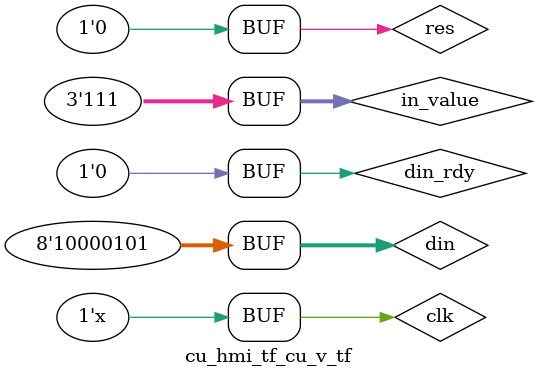
<source format=v>
`timescale 1ns /1ns

module cu_hmi_tf_cu_v_tf();

// DATE:     09:53:19 07/24/2008 
// MODULE:   cu_hmi
// DESIGN:   cu_hmi
// FILENAME: tf_cu.v
// PROJECT:  TDC16Channel_8bitout_uart
// VERSION:  


// Inputs
    reg clk;
    reg res;
    reg [7:0] din;
    reg din_rdy;
    reg [2:0] in_value;


// Outputs
    wire [5:0] address;
    wire reset;
    wire res_dac;
    wire inc_dac1;
    wire inc_dac2;
    wire read;
    wire fpga_sel;
    wire [7:0] fpga_sel_status;
	 wire restest;


// Bidirs


// Instantiate the UUT
    cu_hmi uut (
        .clk(clk), 
        .res(res), 
        .din(din), 
        .din_rdy(din_rdy), 
        .in_value(in_value), 
        .address(address), 
        .reset(reset), 
        .res_dac(res_dac), 
        .inc_dac1(inc_dac1), 
        .inc_dac2(inc_dac2), 
        .read(read), 
        .fpga_sel(fpga_sel), 
        .fpga_sel_status(fpga_sel_status),
		  .restest(restest)
        );


// Initialize Inputs
   
        initial 
	   begin
            clk = 0;
            res = 0;
            din = 0;
            din_rdy = 0;
            in_value = 3'b111;
		  #1000 res = 1;
		  #100 res = 0;

		  #100 din = 0;
		  #100 din_rdy = 1;
		  #52084 din_rdy = 0;
		  #(52084*11) din_rdy = 0;

		  #100 din = 8'b1100_0111; //select fpga
		  #100 din_rdy = 1;
		  #52084 din_rdy = 0;
		  #(52084*11) din_rdy = 0;

		  #100 din = 8'b1100_0000;  //deselect fpga
		  #100 din_rdy = 1;
		  #52084 din_rdy = 0;
		  #(52084*11) din_rdy = 0;


			#100 din = 8'b1100_0111; //select fpga
		  #100 din_rdy = 1;
		  #52084 din_rdy = 0;
		  #(52084*11) din_rdy = 0;

		  #100 din = 8'b0100_0100; //read
		  #100 din_rdy = 1;
		  #52084 din_rdy = 0;
		  #(52084*11) din_rdy = 0;

		  #100 din = 8'b0100_0010; //read
		  #100 din_rdy = 1;
		  #52084 din_rdy = 0;
		  #(52084*11) din_rdy = 0;

		  #100 din = 8'b0100_0001; //read
		  #100 din_rdy = 1;
		  #52084 din_rdy = 0;
		  #(52084*11) din_rdy = 0;

		  #100 din = 8'b1000_0101; //address
		  #100 din_rdy = 1;
		  #52084 din_rdy = 0;
		  #(52084*11) din_rdy = 0;
		  
		  
		  
		  


        end

   

always 
#(10*16) clk = ~clk;


endmodule


</source>
